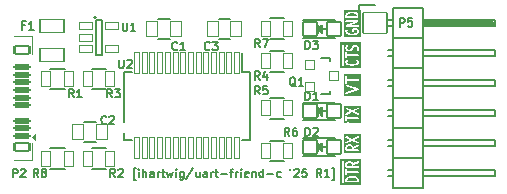
<source format=gto>
%TF.GenerationSoftware,KiCad,Pcbnew,7.0.11*%
%TF.CreationDate,2025-12-26T11:46:50-08:00*%
%TF.ProjectId,uart-friend-c,75617274-2d66-4726-9965-6e642d632e6b,rev?*%
%TF.SameCoordinates,PX9765530PY6521e48*%
%TF.FileFunction,Legend,Top*%
%TF.FilePolarity,Positive*%
%FSLAX46Y46*%
G04 Gerber Fmt 4.6, Leading zero omitted, Abs format (unit mm)*
G04 Created by KiCad (PCBNEW 7.0.11) date 2025-12-26 11:46:50*
%MOMM*%
%LPD*%
G01*
G04 APERTURE LIST*
G04 Aperture macros list*
%AMRoundRect*
0 Rectangle with rounded corners*
0 $1 Rounding radius*
0 $2 $3 $4 $5 $6 $7 $8 $9 X,Y pos of 4 corners*
0 Add a 4 corners polygon primitive as box body*
4,1,4,$2,$3,$4,$5,$6,$7,$8,$9,$2,$3,0*
0 Add four circle primitives for the rounded corners*
1,1,$1+$1,$2,$3*
1,1,$1+$1,$4,$5*
1,1,$1+$1,$6,$7*
1,1,$1+$1,$8,$9*
0 Add four rect primitives between the rounded corners*
20,1,$1+$1,$2,$3,$4,$5,0*
20,1,$1+$1,$4,$5,$6,$7,0*
20,1,$1+$1,$6,$7,$8,$9,0*
20,1,$1+$1,$8,$9,$2,$3,0*%
G04 Aperture macros list end*
%ADD10C,0.150000*%
%ADD11C,0.120000*%
%ADD12R,2.032000X1.727200*%
%ADD13O,2.032000X1.727200*%
%ADD14RoundRect,0.050000X0.500000X0.625000X-0.500000X0.625000X-0.500000X-0.625000X0.500000X-0.625000X0*%
%ADD15RoundRect,0.050000X0.599440X0.599440X-0.599440X0.599440X-0.599440X-0.599440X0.599440X-0.599440X0*%
%ADD16RoundRect,0.050000X1.014730X0.570230X-1.014730X0.570230X-1.014730X-0.570230X1.014730X-0.570230X0*%
%ADD17RoundRect,0.050000X-1.016000X-0.863600X1.016000X-0.863600X1.016000X0.863600X-1.016000X0.863600X0*%
%ADD18O,2.132000X1.827200*%
%ADD19RoundRect,0.050000X-0.400050X0.400050X-0.400050X-0.400050X0.400050X-0.400050X0.400050X0.400050X0*%
%ADD20RoundRect,0.050000X0.350000X0.650000X-0.350000X0.650000X-0.350000X-0.650000X0.350000X-0.650000X0*%
%ADD21RoundRect,0.050000X-0.350000X-0.650000X0.350000X-0.650000X0.350000X0.650000X-0.350000X0.650000X0*%
%ADD22RoundRect,0.050000X-0.530000X-0.325000X0.530000X-0.325000X0.530000X0.325000X-0.530000X0.325000X0*%
%ADD23RoundRect,0.050000X-0.225000X0.875000X-0.225000X-0.875000X0.225000X-0.875000X0.225000X0.875000X0*%
%ADD24RoundRect,0.050000X-0.500000X-0.625000X0.500000X-0.625000X0.500000X0.625000X-0.500000X0.625000X0*%
%ADD25RoundRect,0.120000X-0.600000X0.120000X-0.600000X-0.120000X0.600000X-0.120000X0.600000X0.120000X0*%
%ADD26O,2.130000X1.100000*%
%ADD27RoundRect,0.106875X-0.613125X0.343125X-0.613125X-0.343125X0.613125X-0.343125X0.613125X0.343125X0*%
%ADD28C,1.000000*%
G04 APERTURE END LIST*
D10*
X9615350Y2005134D02*
X9448684Y2005134D01*
X9448684Y2005134D02*
X9448684Y3005134D01*
X9448684Y3005134D02*
X9615350Y3005134D01*
X9882017Y2238467D02*
X9882017Y2705134D01*
X9882017Y2938467D02*
X9848684Y2905134D01*
X9848684Y2905134D02*
X9882017Y2871800D01*
X9882017Y2871800D02*
X9915351Y2905134D01*
X9915351Y2905134D02*
X9882017Y2938467D01*
X9882017Y2938467D02*
X9882017Y2871800D01*
X10215350Y2238467D02*
X10215350Y2938467D01*
X10515350Y2238467D02*
X10515350Y2605134D01*
X10515350Y2605134D02*
X10482017Y2671800D01*
X10482017Y2671800D02*
X10415350Y2705134D01*
X10415350Y2705134D02*
X10315350Y2705134D01*
X10315350Y2705134D02*
X10248684Y2671800D01*
X10248684Y2671800D02*
X10215350Y2638467D01*
X11148683Y2238467D02*
X11148683Y2605134D01*
X11148683Y2605134D02*
X11115350Y2671800D01*
X11115350Y2671800D02*
X11048683Y2705134D01*
X11048683Y2705134D02*
X10915350Y2705134D01*
X10915350Y2705134D02*
X10848683Y2671800D01*
X11148683Y2271800D02*
X11082017Y2238467D01*
X11082017Y2238467D02*
X10915350Y2238467D01*
X10915350Y2238467D02*
X10848683Y2271800D01*
X10848683Y2271800D02*
X10815350Y2338467D01*
X10815350Y2338467D02*
X10815350Y2405134D01*
X10815350Y2405134D02*
X10848683Y2471800D01*
X10848683Y2471800D02*
X10915350Y2505134D01*
X10915350Y2505134D02*
X11082017Y2505134D01*
X11082017Y2505134D02*
X11148683Y2538467D01*
X11482016Y2238467D02*
X11482016Y2705134D01*
X11482016Y2571800D02*
X11515350Y2638467D01*
X11515350Y2638467D02*
X11548683Y2671800D01*
X11548683Y2671800D02*
X11615350Y2705134D01*
X11615350Y2705134D02*
X11682016Y2705134D01*
X11815349Y2705134D02*
X12082016Y2705134D01*
X11915349Y2938467D02*
X11915349Y2338467D01*
X11915349Y2338467D02*
X11948683Y2271800D01*
X11948683Y2271800D02*
X12015349Y2238467D01*
X12015349Y2238467D02*
X12082016Y2238467D01*
X12248683Y2705134D02*
X12382016Y2238467D01*
X12382016Y2238467D02*
X12515349Y2571800D01*
X12515349Y2571800D02*
X12648683Y2238467D01*
X12648683Y2238467D02*
X12782016Y2705134D01*
X13048682Y2238467D02*
X13048682Y2705134D01*
X13048682Y2938467D02*
X13015349Y2905134D01*
X13015349Y2905134D02*
X13048682Y2871800D01*
X13048682Y2871800D02*
X13082016Y2905134D01*
X13082016Y2905134D02*
X13048682Y2938467D01*
X13048682Y2938467D02*
X13048682Y2871800D01*
X13682015Y2705134D02*
X13682015Y2138467D01*
X13682015Y2138467D02*
X13648682Y2071800D01*
X13648682Y2071800D02*
X13615349Y2038467D01*
X13615349Y2038467D02*
X13548682Y2005134D01*
X13548682Y2005134D02*
X13448682Y2005134D01*
X13448682Y2005134D02*
X13382015Y2038467D01*
X13682015Y2271800D02*
X13615349Y2238467D01*
X13615349Y2238467D02*
X13482015Y2238467D01*
X13482015Y2238467D02*
X13415349Y2271800D01*
X13415349Y2271800D02*
X13382015Y2305134D01*
X13382015Y2305134D02*
X13348682Y2371800D01*
X13348682Y2371800D02*
X13348682Y2571800D01*
X13348682Y2571800D02*
X13382015Y2638467D01*
X13382015Y2638467D02*
X13415349Y2671800D01*
X13415349Y2671800D02*
X13482015Y2705134D01*
X13482015Y2705134D02*
X13615349Y2705134D01*
X13615349Y2705134D02*
X13682015Y2671800D01*
X14515348Y2971800D02*
X13915348Y2071800D01*
X15048681Y2705134D02*
X15048681Y2238467D01*
X14748681Y2705134D02*
X14748681Y2338467D01*
X14748681Y2338467D02*
X14782015Y2271800D01*
X14782015Y2271800D02*
X14848681Y2238467D01*
X14848681Y2238467D02*
X14948681Y2238467D01*
X14948681Y2238467D02*
X15015348Y2271800D01*
X15015348Y2271800D02*
X15048681Y2305134D01*
X15682014Y2238467D02*
X15682014Y2605134D01*
X15682014Y2605134D02*
X15648681Y2671800D01*
X15648681Y2671800D02*
X15582014Y2705134D01*
X15582014Y2705134D02*
X15448681Y2705134D01*
X15448681Y2705134D02*
X15382014Y2671800D01*
X15682014Y2271800D02*
X15615348Y2238467D01*
X15615348Y2238467D02*
X15448681Y2238467D01*
X15448681Y2238467D02*
X15382014Y2271800D01*
X15382014Y2271800D02*
X15348681Y2338467D01*
X15348681Y2338467D02*
X15348681Y2405134D01*
X15348681Y2405134D02*
X15382014Y2471800D01*
X15382014Y2471800D02*
X15448681Y2505134D01*
X15448681Y2505134D02*
X15615348Y2505134D01*
X15615348Y2505134D02*
X15682014Y2538467D01*
X16015347Y2238467D02*
X16015347Y2705134D01*
X16015347Y2571800D02*
X16048681Y2638467D01*
X16048681Y2638467D02*
X16082014Y2671800D01*
X16082014Y2671800D02*
X16148681Y2705134D01*
X16148681Y2705134D02*
X16215347Y2705134D01*
X16348680Y2705134D02*
X16615347Y2705134D01*
X16448680Y2938467D02*
X16448680Y2338467D01*
X16448680Y2338467D02*
X16482014Y2271800D01*
X16482014Y2271800D02*
X16548680Y2238467D01*
X16548680Y2238467D02*
X16615347Y2238467D01*
X16848680Y2505134D02*
X17382014Y2505134D01*
X17615347Y2705134D02*
X17882014Y2705134D01*
X17715347Y2238467D02*
X17715347Y2838467D01*
X17715347Y2838467D02*
X17748681Y2905134D01*
X17748681Y2905134D02*
X17815347Y2938467D01*
X17815347Y2938467D02*
X17882014Y2938467D01*
X18115347Y2238467D02*
X18115347Y2705134D01*
X18115347Y2571800D02*
X18148681Y2638467D01*
X18148681Y2638467D02*
X18182014Y2671800D01*
X18182014Y2671800D02*
X18248681Y2705134D01*
X18248681Y2705134D02*
X18315347Y2705134D01*
X18548680Y2238467D02*
X18548680Y2705134D01*
X18548680Y2938467D02*
X18515347Y2905134D01*
X18515347Y2905134D02*
X18548680Y2871800D01*
X18548680Y2871800D02*
X18582014Y2905134D01*
X18582014Y2905134D02*
X18548680Y2938467D01*
X18548680Y2938467D02*
X18548680Y2871800D01*
X19148680Y2271800D02*
X19082013Y2238467D01*
X19082013Y2238467D02*
X18948680Y2238467D01*
X18948680Y2238467D02*
X18882013Y2271800D01*
X18882013Y2271800D02*
X18848680Y2338467D01*
X18848680Y2338467D02*
X18848680Y2605134D01*
X18848680Y2605134D02*
X18882013Y2671800D01*
X18882013Y2671800D02*
X18948680Y2705134D01*
X18948680Y2705134D02*
X19082013Y2705134D01*
X19082013Y2705134D02*
X19148680Y2671800D01*
X19148680Y2671800D02*
X19182013Y2605134D01*
X19182013Y2605134D02*
X19182013Y2538467D01*
X19182013Y2538467D02*
X18848680Y2471800D01*
X19482013Y2705134D02*
X19482013Y2238467D01*
X19482013Y2638467D02*
X19515347Y2671800D01*
X19515347Y2671800D02*
X19582013Y2705134D01*
X19582013Y2705134D02*
X19682013Y2705134D01*
X19682013Y2705134D02*
X19748680Y2671800D01*
X19748680Y2671800D02*
X19782013Y2605134D01*
X19782013Y2605134D02*
X19782013Y2238467D01*
X20415346Y2238467D02*
X20415346Y2938467D01*
X20415346Y2271800D02*
X20348680Y2238467D01*
X20348680Y2238467D02*
X20215346Y2238467D01*
X20215346Y2238467D02*
X20148680Y2271800D01*
X20148680Y2271800D02*
X20115346Y2305134D01*
X20115346Y2305134D02*
X20082013Y2371800D01*
X20082013Y2371800D02*
X20082013Y2571800D01*
X20082013Y2571800D02*
X20115346Y2638467D01*
X20115346Y2638467D02*
X20148680Y2671800D01*
X20148680Y2671800D02*
X20215346Y2705134D01*
X20215346Y2705134D02*
X20348680Y2705134D01*
X20348680Y2705134D02*
X20415346Y2671800D01*
X20748679Y2505134D02*
X21282013Y2505134D01*
X21915346Y2271800D02*
X21848680Y2238467D01*
X21848680Y2238467D02*
X21715346Y2238467D01*
X21715346Y2238467D02*
X21648680Y2271800D01*
X21648680Y2271800D02*
X21615346Y2305134D01*
X21615346Y2305134D02*
X21582013Y2371800D01*
X21582013Y2371800D02*
X21582013Y2571800D01*
X21582013Y2571800D02*
X21615346Y2638467D01*
X21615346Y2638467D02*
X21648680Y2671800D01*
X21648680Y2671800D02*
X21715346Y2705134D01*
X21715346Y2705134D02*
X21848680Y2705134D01*
X21848680Y2705134D02*
X21915346Y2671800D01*
X22782013Y2938467D02*
X22715346Y2805134D01*
X23048679Y2871800D02*
X23082012Y2905134D01*
X23082012Y2905134D02*
X23148679Y2938467D01*
X23148679Y2938467D02*
X23315346Y2938467D01*
X23315346Y2938467D02*
X23382012Y2905134D01*
X23382012Y2905134D02*
X23415346Y2871800D01*
X23415346Y2871800D02*
X23448679Y2805134D01*
X23448679Y2805134D02*
X23448679Y2738467D01*
X23448679Y2738467D02*
X23415346Y2638467D01*
X23415346Y2638467D02*
X23015346Y2238467D01*
X23015346Y2238467D02*
X23448679Y2238467D01*
X24082013Y2938467D02*
X23748679Y2938467D01*
X23748679Y2938467D02*
X23715346Y2605134D01*
X23715346Y2605134D02*
X23748679Y2638467D01*
X23748679Y2638467D02*
X23815346Y2671800D01*
X23815346Y2671800D02*
X23982013Y2671800D01*
X23982013Y2671800D02*
X24048679Y2638467D01*
X24048679Y2638467D02*
X24082013Y2605134D01*
X24082013Y2605134D02*
X24115346Y2538467D01*
X24115346Y2538467D02*
X24115346Y2371800D01*
X24115346Y2371800D02*
X24082013Y2305134D01*
X24082013Y2305134D02*
X24048679Y2271800D01*
X24048679Y2271800D02*
X23982013Y2238467D01*
X23982013Y2238467D02*
X23815346Y2238467D01*
X23815346Y2238467D02*
X23748679Y2271800D01*
X23748679Y2271800D02*
X23715346Y2305134D01*
X25348679Y2238467D02*
X25115346Y2571800D01*
X24948679Y2238467D02*
X24948679Y2938467D01*
X24948679Y2938467D02*
X25215346Y2938467D01*
X25215346Y2938467D02*
X25282013Y2905134D01*
X25282013Y2905134D02*
X25315346Y2871800D01*
X25315346Y2871800D02*
X25348679Y2805134D01*
X25348679Y2805134D02*
X25348679Y2705134D01*
X25348679Y2705134D02*
X25315346Y2638467D01*
X25315346Y2638467D02*
X25282013Y2605134D01*
X25282013Y2605134D02*
X25215346Y2571800D01*
X25215346Y2571800D02*
X24948679Y2571800D01*
X26015346Y2238467D02*
X25615346Y2238467D01*
X25815346Y2238467D02*
X25815346Y2938467D01*
X25815346Y2938467D02*
X25748679Y2838467D01*
X25748679Y2838467D02*
X25682013Y2771800D01*
X25682013Y2771800D02*
X25615346Y2738467D01*
X26248680Y2005134D02*
X26415346Y2005134D01*
X26415346Y2005134D02*
X26415346Y3005134D01*
X26415346Y3005134D02*
X26248680Y3005134D01*
G36*
X28672676Y11448282D02*
G01*
X26959343Y11448282D01*
X26959343Y11665000D01*
X27102200Y11665000D01*
X27119747Y11616791D01*
X27164176Y11591139D01*
X27214700Y11600048D01*
X27247677Y11639348D01*
X27252200Y11665000D01*
X27252200Y11961667D01*
X27379819Y11961667D01*
X27381098Y11958151D01*
X27380159Y11954527D01*
X27387104Y11929422D01*
X27434723Y11829422D01*
X27439332Y11824887D01*
X27441007Y11818641D01*
X27459428Y11800225D01*
X27554666Y11733558D01*
X27557670Y11732754D01*
X27572900Y11724211D01*
X27668138Y11690877D01*
X27671359Y11690918D01*
X27679986Y11687790D01*
X27870462Y11654457D01*
X27873729Y11655038D01*
X27883390Y11653334D01*
X28026247Y11653334D01*
X28029366Y11654470D01*
X28039175Y11654457D01*
X28229652Y11687790D01*
X28232443Y11689397D01*
X28241499Y11690878D01*
X28336737Y11724211D01*
X28339142Y11726180D01*
X28354971Y11733558D01*
X28450210Y11800225D01*
X28453919Y11805521D01*
X28459802Y11808206D01*
X28474915Y11829422D01*
X28522534Y11929422D01*
X28522890Y11933149D01*
X28525296Y11936015D01*
X28529819Y11961667D01*
X28529819Y12028334D01*
X28528539Y12031851D01*
X28529479Y12035474D01*
X28522534Y12060579D01*
X28474915Y12160579D01*
X28470304Y12165116D01*
X28468630Y12171361D01*
X28450209Y12189777D01*
X28402589Y12223110D01*
X28353032Y12236380D01*
X28306539Y12214692D01*
X28284864Y12168192D01*
X28298150Y12118640D01*
X28316571Y12100224D01*
X28347987Y12078233D01*
X28379819Y12011388D01*
X28379819Y11978614D01*
X28347987Y11911768D01*
X28277425Y11862375D01*
X28197744Y11834486D01*
X28019736Y11803334D01*
X27889902Y11803334D01*
X27711892Y11834486D01*
X27632214Y11862373D01*
X27561650Y11911768D01*
X27529819Y11978614D01*
X27529819Y12011388D01*
X27561650Y12078234D01*
X27593066Y12100224D01*
X27622498Y12142245D01*
X27618035Y12193353D01*
X27581763Y12229635D01*
X27530656Y12234114D01*
X27507047Y12223109D01*
X27459429Y12189777D01*
X27455719Y12184481D01*
X27449836Y12181795D01*
X27434723Y12160579D01*
X27387104Y12060579D01*
X27386747Y12056853D01*
X27384342Y12053986D01*
X27379819Y12028334D01*
X27379819Y11961667D01*
X27252200Y11961667D01*
X27252200Y12361667D01*
X27379819Y12361667D01*
X27397366Y12313458D01*
X27441795Y12287806D01*
X27492319Y12296715D01*
X27525296Y12336015D01*
X27529819Y12361667D01*
X27529819Y12486667D01*
X28454819Y12486667D01*
X28503028Y12504214D01*
X28528680Y12548643D01*
X28519771Y12599167D01*
X28480471Y12632144D01*
X28454819Y12636667D01*
X27529819Y12636667D01*
X27529819Y12761667D01*
X27512272Y12809876D01*
X27467843Y12835528D01*
X27417319Y12826619D01*
X27384342Y12787319D01*
X27379819Y12761667D01*
X27379819Y12361667D01*
X27252200Y12361667D01*
X27252200Y13095000D01*
X27379819Y13095000D01*
X27383366Y13085253D01*
X27382560Y13074910D01*
X27393789Y13051407D01*
X27441408Y12984740D01*
X27441934Y12984379D01*
X27459429Y12966890D01*
X27507047Y12933558D01*
X27510051Y12932754D01*
X27525281Y12924211D01*
X27620519Y12890877D01*
X27621359Y12890888D01*
X27645295Y12886667D01*
X27740533Y12886667D01*
X27741322Y12886955D01*
X27765309Y12890878D01*
X27860547Y12924211D01*
X27862951Y12926179D01*
X27878780Y12933557D01*
X27926399Y12966890D01*
X27926765Y12967413D01*
X27944420Y12984740D01*
X27992039Y13051407D01*
X27992856Y13054348D01*
X28001640Y13069775D01*
X28045740Y13193256D01*
X28079797Y13240937D01*
X28108404Y13260961D01*
X28181850Y13286667D01*
X28251596Y13286667D01*
X28325042Y13260961D01*
X28353649Y13240937D01*
X28379819Y13204299D01*
X28379819Y13078614D01*
X28339485Y12993912D01*
X28334601Y12942842D01*
X28363686Y12900580D01*
X28413132Y12886902D01*
X28459802Y12908206D01*
X28474915Y12929422D01*
X28522534Y13029422D01*
X28522890Y13033149D01*
X28525296Y13036015D01*
X28529819Y13061667D01*
X28529819Y13228333D01*
X28526270Y13238082D01*
X28527078Y13248423D01*
X28515849Y13271926D01*
X28468230Y13338593D01*
X28467700Y13338957D01*
X28450209Y13356443D01*
X28402589Y13389776D01*
X28399583Y13390581D01*
X28384357Y13399122D01*
X28289119Y13432456D01*
X28288283Y13432446D01*
X28264342Y13436667D01*
X28169104Y13436667D01*
X28168315Y13436381D01*
X28144327Y13432456D01*
X28049089Y13399122D01*
X28046680Y13397152D01*
X28030856Y13389775D01*
X27983238Y13356443D01*
X27982871Y13355921D01*
X27965217Y13338593D01*
X27917598Y13271926D01*
X27916780Y13268987D01*
X27907997Y13253558D01*
X27863896Y13130079D01*
X27829838Y13082397D01*
X27801234Y13062374D01*
X27727788Y13036667D01*
X27658039Y13036667D01*
X27584595Y13062373D01*
X27555988Y13082397D01*
X27529819Y13119035D01*
X27529819Y13244721D01*
X27570153Y13329422D01*
X27575037Y13380492D01*
X27545952Y13422754D01*
X27496506Y13436432D01*
X27449836Y13415128D01*
X27434723Y13393912D01*
X27387104Y13293912D01*
X27386747Y13290186D01*
X27384342Y13287319D01*
X27379819Y13261667D01*
X27379819Y13095000D01*
X27252200Y13095000D01*
X27252200Y13425000D01*
X27234653Y13473209D01*
X27190224Y13498861D01*
X27139700Y13489952D01*
X27106723Y13450652D01*
X27102200Y13425000D01*
X27102200Y11665000D01*
X26959343Y11665000D01*
X26959343Y13641718D01*
X28672676Y13641718D01*
X28672676Y11448282D01*
G37*
G36*
X28197742Y16067184D02*
G01*
X28277422Y16039295D01*
X28347987Y15989900D01*
X28379819Y15923055D01*
X28379819Y15848334D01*
X27529819Y15848334D01*
X27529819Y15923055D01*
X27561650Y15989901D01*
X27632214Y16039295D01*
X27711894Y16067184D01*
X27889902Y16098334D01*
X28019736Y16098334D01*
X28197742Y16067184D01*
G37*
G36*
X28672676Y14088811D02*
G01*
X27236962Y14088811D01*
X27236962Y14540001D01*
X27379819Y14540001D01*
X27381098Y14536485D01*
X27380159Y14532861D01*
X27387104Y14507756D01*
X27434723Y14407756D01*
X27439332Y14403221D01*
X27441007Y14396975D01*
X27459428Y14378559D01*
X27554666Y14311892D01*
X27557670Y14311088D01*
X27572900Y14302545D01*
X27668138Y14269211D01*
X27671359Y14269252D01*
X27679986Y14266124D01*
X27870462Y14232791D01*
X27873729Y14233372D01*
X27883390Y14231668D01*
X28026247Y14231668D01*
X28029366Y14232804D01*
X28039175Y14232791D01*
X28229652Y14266124D01*
X28232443Y14267731D01*
X28241499Y14269212D01*
X28336737Y14302545D01*
X28339142Y14304514D01*
X28354971Y14311892D01*
X28450210Y14378559D01*
X28453919Y14383855D01*
X28459802Y14386540D01*
X28474915Y14407756D01*
X28522534Y14507756D01*
X28522890Y14511483D01*
X28525296Y14514349D01*
X28529819Y14540001D01*
X28529819Y14606668D01*
X28528539Y14610185D01*
X28529479Y14613808D01*
X28522534Y14638913D01*
X28474915Y14738913D01*
X28470304Y14743450D01*
X28468630Y14749695D01*
X28450209Y14768111D01*
X28402589Y14801444D01*
X28392909Y14804036D01*
X28385232Y14810478D01*
X28359580Y14815001D01*
X28026247Y14815001D01*
X28007938Y14808338D01*
X27988747Y14804953D01*
X27984396Y14799769D01*
X27978038Y14797454D01*
X27968295Y14780581D01*
X27955770Y14765653D01*
X27954052Y14755911D01*
X27952386Y14753025D01*
X27952964Y14749743D01*
X27951247Y14740001D01*
X27951247Y14606668D01*
X27968794Y14558459D01*
X28013223Y14532807D01*
X28063747Y14541716D01*
X28096724Y14581016D01*
X28101247Y14606668D01*
X28101247Y14665001D01*
X28335939Y14665001D01*
X28347987Y14656567D01*
X28379819Y14589722D01*
X28379819Y14556948D01*
X28347987Y14490102D01*
X28277425Y14440709D01*
X28197744Y14412820D01*
X28019736Y14381668D01*
X27889902Y14381668D01*
X27711892Y14412820D01*
X27632214Y14440707D01*
X27561650Y14490102D01*
X27529819Y14556948D01*
X27529819Y14615967D01*
X27563468Y14663075D01*
X27577210Y14712503D01*
X27555967Y14759201D01*
X27509675Y14781318D01*
X27459998Y14768506D01*
X27441408Y14750261D01*
X27393789Y14683594D01*
X27391010Y14673601D01*
X27384342Y14665653D01*
X27379819Y14640001D01*
X27379819Y14540001D01*
X27236962Y14540001D01*
X27236962Y15053025D01*
X27380958Y15053025D01*
X27383452Y15038879D01*
X27381404Y15024662D01*
X27387769Y15014397D01*
X27389867Y15002501D01*
X27400871Y14993268D01*
X27408440Y14981061D01*
X27419913Y14977289D01*
X27429167Y14969524D01*
X27454819Y14965001D01*
X28454819Y14965001D01*
X28503028Y14982548D01*
X28528680Y15026977D01*
X28519771Y15077501D01*
X28480471Y15110478D01*
X28454819Y15115001D01*
X27844263Y15115001D01*
X28482673Y15370365D01*
X28491677Y15378417D01*
X28503028Y15382548D01*
X28510211Y15394989D01*
X28520917Y15404562D01*
X28522639Y15416515D01*
X28528680Y15426977D01*
X28526185Y15441124D01*
X28528234Y15455340D01*
X28521868Y15465606D01*
X28519771Y15477501D01*
X28508766Y15486735D01*
X28501198Y15498941D01*
X28489724Y15502714D01*
X28480471Y15510478D01*
X28454819Y15515001D01*
X27454819Y15515001D01*
X27406610Y15497454D01*
X27380958Y15453025D01*
X27389867Y15402501D01*
X27429167Y15369524D01*
X27454819Y15365001D01*
X28065375Y15365001D01*
X27426965Y15109637D01*
X27417960Y15101586D01*
X27406610Y15097454D01*
X27399426Y15085014D01*
X27388721Y15075440D01*
X27386998Y15063488D01*
X27380958Y15053025D01*
X27236962Y15053025D01*
X27236962Y15773334D01*
X27379819Y15773334D01*
X27386482Y15755026D01*
X27389867Y15735834D01*
X27395051Y15731484D01*
X27397366Y15725125D01*
X27414239Y15715383D01*
X27429167Y15702857D01*
X27438909Y15701140D01*
X27441795Y15699473D01*
X27445077Y15700052D01*
X27454819Y15698334D01*
X28454819Y15698334D01*
X28473127Y15704998D01*
X28492319Y15708382D01*
X28496669Y15713567D01*
X28503028Y15715881D01*
X28512770Y15732755D01*
X28525296Y15747682D01*
X28527013Y15757425D01*
X28528680Y15760310D01*
X28528101Y15763593D01*
X28529819Y15773334D01*
X28529819Y15940001D01*
X28528539Y15943518D01*
X28529479Y15947141D01*
X28522534Y15972246D01*
X28474915Y16072246D01*
X28470304Y16076783D01*
X28468630Y16083028D01*
X28450209Y16101444D01*
X28354970Y16168110D01*
X28351964Y16168915D01*
X28336738Y16177456D01*
X28241500Y16210790D01*
X28238280Y16210751D01*
X28229652Y16213878D01*
X28039175Y16247211D01*
X28035907Y16246631D01*
X28026247Y16248334D01*
X27883390Y16248334D01*
X27880270Y16247199D01*
X27870462Y16247211D01*
X27679986Y16213878D01*
X27677195Y16212272D01*
X27668137Y16210790D01*
X27572899Y16177456D01*
X27570490Y16175486D01*
X27554666Y16168109D01*
X27459429Y16101444D01*
X27455719Y16096148D01*
X27449836Y16093462D01*
X27434723Y16072246D01*
X27387104Y15972246D01*
X27386747Y15968520D01*
X27384342Y15965653D01*
X27379819Y15940001D01*
X27379819Y15773334D01*
X27236962Y15773334D01*
X27236962Y16391191D01*
X28672676Y16391191D01*
X28672676Y14088811D01*
G37*
G36*
X28672393Y6794949D02*
G01*
X27236962Y6794949D01*
X27236962Y7011667D01*
X27379819Y7011667D01*
X27397366Y6963458D01*
X27441795Y6937806D01*
X27492319Y6946715D01*
X27525296Y6986015D01*
X27529819Y7011667D01*
X27529819Y7136667D01*
X28454819Y7136667D01*
X28503028Y7154214D01*
X28528680Y7198643D01*
X28519771Y7249167D01*
X28480471Y7282144D01*
X28454819Y7286667D01*
X27529819Y7286667D01*
X27529819Y7411667D01*
X27512272Y7459876D01*
X27467843Y7485528D01*
X27417319Y7476619D01*
X27384342Y7437319D01*
X27379819Y7411667D01*
X27379819Y7011667D01*
X27236962Y7011667D01*
X27236962Y8038485D01*
X27380102Y8038485D01*
X27401770Y7991983D01*
X27423103Y7977036D01*
X27777465Y7811667D01*
X27423103Y7646297D01*
X27386837Y7610009D01*
X27382380Y7558900D01*
X27411819Y7516884D01*
X27461377Y7503620D01*
X27486535Y7510369D01*
X27954819Y7728902D01*
X28423103Y7510369D01*
X28474209Y7505883D01*
X28516243Y7535296D01*
X28529536Y7584848D01*
X28507868Y7631350D01*
X28486536Y7646297D01*
X28132172Y7811667D01*
X28486536Y7977036D01*
X28522801Y8013324D01*
X28527258Y8064433D01*
X28497819Y8106449D01*
X28448261Y8119713D01*
X28423103Y8112964D01*
X27954819Y7894432D01*
X27486535Y8112964D01*
X27435429Y8117450D01*
X27393395Y8088037D01*
X27380102Y8038485D01*
X27236962Y8038485D01*
X27236962Y8262570D01*
X28672393Y8262570D01*
X28672393Y6794949D01*
G37*
G36*
X27848854Y4827628D02*
G01*
X27877457Y4807605D01*
X27903628Y4770966D01*
X27903628Y4603334D01*
X27529819Y4603334D01*
X27529819Y4770966D01*
X27555989Y4807605D01*
X27584595Y4827629D01*
X27658039Y4853334D01*
X27775407Y4853334D01*
X27848854Y4827628D01*
G37*
G36*
X28672393Y4310477D02*
G01*
X27236962Y4310477D01*
X27236962Y4528334D01*
X27379819Y4528334D01*
X27386482Y4510026D01*
X27389867Y4490834D01*
X27395051Y4486484D01*
X27397366Y4480125D01*
X27414239Y4470383D01*
X27429167Y4457857D01*
X27438909Y4456140D01*
X27441795Y4454473D01*
X27445077Y4455052D01*
X27454819Y4453334D01*
X28454819Y4453334D01*
X28503028Y4470881D01*
X28528680Y4515310D01*
X28519771Y4565834D01*
X28480471Y4598811D01*
X28454819Y4603334D01*
X28053628Y4603334D01*
X28053628Y4648232D01*
X28487820Y4860985D01*
X28523390Y4897954D01*
X28526876Y4949138D01*
X28496645Y4990588D01*
X28446843Y5002909D01*
X28421818Y4995683D01*
X28050792Y4813881D01*
X28050887Y4815092D01*
X28039658Y4838594D01*
X27992039Y4905260D01*
X27991509Y4905624D01*
X27974019Y4923109D01*
X27926400Y4956443D01*
X27923395Y4957248D01*
X27908166Y4965790D01*
X27812928Y4999123D01*
X27812093Y4999113D01*
X27788152Y5003334D01*
X27645295Y5003334D01*
X27644510Y5003049D01*
X27620519Y4999124D01*
X27525281Y4965790D01*
X27522874Y4963822D01*
X27507047Y4956443D01*
X27459428Y4923109D01*
X27459061Y4922587D01*
X27441408Y4905260D01*
X27393789Y4838594D01*
X27391010Y4828601D01*
X27384342Y4820653D01*
X27379819Y4795001D01*
X27379819Y4528334D01*
X27236962Y4528334D01*
X27236962Y5621819D01*
X27380102Y5621819D01*
X27401770Y5575317D01*
X27423103Y5560370D01*
X27777465Y5395001D01*
X27423103Y5229631D01*
X27386837Y5193343D01*
X27382380Y5142234D01*
X27411819Y5100218D01*
X27461377Y5086954D01*
X27486535Y5093703D01*
X27954819Y5312236D01*
X28423103Y5093703D01*
X28474209Y5089217D01*
X28516243Y5118630D01*
X28529536Y5168182D01*
X28507868Y5214684D01*
X28486536Y5229631D01*
X28132172Y5395001D01*
X28486536Y5560370D01*
X28522801Y5596658D01*
X28527258Y5647767D01*
X28497819Y5689783D01*
X28448261Y5703047D01*
X28423103Y5696298D01*
X27954819Y5477766D01*
X27486535Y5696298D01*
X27435429Y5700784D01*
X27393395Y5671371D01*
X27380102Y5621819D01*
X27236962Y5621819D01*
X27236962Y5845904D01*
X28672393Y5845904D01*
X28672393Y4310477D01*
G37*
G36*
X28671865Y9112886D02*
G01*
X27236962Y9112886D01*
X27236962Y9319714D01*
X27380630Y9319714D01*
X27405059Y9274600D01*
X27452770Y9255743D01*
X27478536Y9259564D01*
X28478536Y9592897D01*
X28480227Y9594240D01*
X28482385Y9594298D01*
X28500137Y9610040D01*
X28518722Y9624788D01*
X28519154Y9626903D01*
X28520771Y9628336D01*
X28524250Y9651805D01*
X28529008Y9675049D01*
X28527979Y9676949D01*
X28528296Y9679084D01*
X28515875Y9699302D01*
X28504579Y9720163D01*
X28502571Y9720957D01*
X28501441Y9722797D01*
X28478536Y9735199D01*
X27478536Y10068532D01*
X27427252Y10067131D01*
X27388867Y10033094D01*
X27381342Y9982345D01*
X27408197Y9938633D01*
X27431102Y9926230D01*
X28217648Y9664048D01*
X27431102Y9401866D01*
X27390916Y9369975D01*
X27380630Y9319714D01*
X27236962Y9319714D01*
X27236962Y10187858D01*
X27379819Y10187858D01*
X27397366Y10139649D01*
X27441795Y10113997D01*
X27492319Y10122906D01*
X27525296Y10162206D01*
X27529819Y10187858D01*
X27529819Y10398572D01*
X28454819Y10398572D01*
X28503028Y10416119D01*
X28528680Y10460548D01*
X28519771Y10511072D01*
X28480471Y10544049D01*
X28454819Y10548572D01*
X27529819Y10548572D01*
X27529819Y10759286D01*
X27512272Y10807495D01*
X27467843Y10833147D01*
X27417319Y10824238D01*
X27384342Y10784938D01*
X27379819Y10759286D01*
X27379819Y10187858D01*
X27236962Y10187858D01*
X27236962Y10976004D01*
X28671865Y10976004D01*
X28671865Y9112886D01*
G37*
G36*
X28197742Y2160851D02*
G01*
X28277422Y2132962D01*
X28347987Y2083567D01*
X28379819Y2016722D01*
X28379819Y1942001D01*
X27529819Y1942001D01*
X27529819Y2016722D01*
X27561650Y2083568D01*
X27632214Y2132962D01*
X27711894Y2160851D01*
X27889902Y2192001D01*
X28019736Y2192001D01*
X28197742Y2160851D01*
G37*
G36*
X27848854Y3399628D02*
G01*
X27877457Y3379605D01*
X27903628Y3342966D01*
X27903628Y3175334D01*
X27529819Y3175334D01*
X27529819Y3342966D01*
X27555989Y3379605D01*
X27584595Y3399629D01*
X27658039Y3425334D01*
X27775407Y3425334D01*
X27848854Y3399628D01*
G37*
G36*
X28672676Y1553616D02*
G01*
X26959343Y1553616D01*
X26959343Y1770334D01*
X27102200Y1770334D01*
X27119747Y1722125D01*
X27164176Y1696473D01*
X27214700Y1705382D01*
X27247677Y1744682D01*
X27252200Y1770334D01*
X27252200Y1867001D01*
X27379819Y1867001D01*
X27386482Y1848693D01*
X27389867Y1829501D01*
X27395051Y1825151D01*
X27397366Y1818792D01*
X27414239Y1809050D01*
X27429167Y1796524D01*
X27438909Y1794807D01*
X27441795Y1793140D01*
X27445077Y1793719D01*
X27454819Y1792001D01*
X28454819Y1792001D01*
X28473127Y1798665D01*
X28492319Y1802049D01*
X28496669Y1807234D01*
X28503028Y1809548D01*
X28512770Y1826422D01*
X28525296Y1841349D01*
X28527013Y1851092D01*
X28528680Y1853977D01*
X28528101Y1857260D01*
X28529819Y1867001D01*
X28529819Y2033668D01*
X28528539Y2037185D01*
X28529479Y2040808D01*
X28522534Y2065913D01*
X28474915Y2165913D01*
X28470304Y2170450D01*
X28468630Y2176695D01*
X28450209Y2195111D01*
X28354970Y2261777D01*
X28351964Y2262582D01*
X28336738Y2271123D01*
X28241500Y2304457D01*
X28238280Y2304418D01*
X28229652Y2307545D01*
X28039175Y2340878D01*
X28035907Y2340298D01*
X28026247Y2342001D01*
X27883390Y2342001D01*
X27880270Y2340866D01*
X27870462Y2340878D01*
X27679986Y2307545D01*
X27677195Y2305939D01*
X27668137Y2304457D01*
X27572899Y2271123D01*
X27570490Y2269153D01*
X27554666Y2261776D01*
X27459429Y2195111D01*
X27455719Y2189815D01*
X27449836Y2187129D01*
X27434723Y2165913D01*
X27387104Y2065913D01*
X27386747Y2062187D01*
X27384342Y2059320D01*
X27379819Y2033668D01*
X27379819Y1867001D01*
X27252200Y1867001D01*
X27252200Y2467001D01*
X27379819Y2467001D01*
X27397366Y2418792D01*
X27441795Y2393140D01*
X27492319Y2402049D01*
X27525296Y2441349D01*
X27529819Y2467001D01*
X27529819Y2592001D01*
X28454819Y2592001D01*
X28503028Y2609548D01*
X28528680Y2653977D01*
X28519771Y2704501D01*
X28480471Y2737478D01*
X28454819Y2742001D01*
X27529819Y2742001D01*
X27529819Y2867001D01*
X27512272Y2915210D01*
X27467843Y2940862D01*
X27417319Y2931953D01*
X27384342Y2892653D01*
X27379819Y2867001D01*
X27379819Y2467001D01*
X27252200Y2467001D01*
X27252200Y3100334D01*
X27379819Y3100334D01*
X27386482Y3082026D01*
X27389867Y3062834D01*
X27395051Y3058484D01*
X27397366Y3052125D01*
X27414239Y3042383D01*
X27429167Y3029857D01*
X27438909Y3028140D01*
X27441795Y3026473D01*
X27445077Y3027052D01*
X27454819Y3025334D01*
X28454819Y3025334D01*
X28503028Y3042881D01*
X28528680Y3087310D01*
X28519771Y3137834D01*
X28480471Y3170811D01*
X28454819Y3175334D01*
X28053628Y3175334D01*
X28053628Y3220232D01*
X28487820Y3432985D01*
X28523390Y3469954D01*
X28526876Y3521138D01*
X28496645Y3562588D01*
X28446843Y3574909D01*
X28421818Y3567683D01*
X28050792Y3385881D01*
X28050887Y3387092D01*
X28039658Y3410594D01*
X27992039Y3477260D01*
X27991509Y3477624D01*
X27974019Y3495109D01*
X27926400Y3528443D01*
X27923395Y3529248D01*
X27908166Y3537790D01*
X27812928Y3571123D01*
X27812093Y3571113D01*
X27788152Y3575334D01*
X27645295Y3575334D01*
X27644510Y3575049D01*
X27620519Y3571124D01*
X27525281Y3537790D01*
X27522874Y3535822D01*
X27507047Y3528443D01*
X27459428Y3495109D01*
X27459061Y3494587D01*
X27441408Y3477260D01*
X27393789Y3410594D01*
X27391010Y3400601D01*
X27384342Y3392653D01*
X27379819Y3367001D01*
X27379819Y3100334D01*
X27252200Y3100334D01*
X27252200Y3563667D01*
X27234653Y3611876D01*
X27190224Y3637528D01*
X27139700Y3628619D01*
X27106723Y3589319D01*
X27102200Y3563667D01*
X27102200Y1770334D01*
X26959343Y1770334D01*
X26959343Y3780385D01*
X28672676Y3780385D01*
X28672676Y1553616D01*
G37*
X7133333Y6795634D02*
X7100000Y6762300D01*
X7100000Y6762300D02*
X7000000Y6728967D01*
X7000000Y6728967D02*
X6933333Y6728967D01*
X6933333Y6728967D02*
X6833333Y6762300D01*
X6833333Y6762300D02*
X6766667Y6828967D01*
X6766667Y6828967D02*
X6733333Y6895634D01*
X6733333Y6895634D02*
X6700000Y7028967D01*
X6700000Y7028967D02*
X6700000Y7128967D01*
X6700000Y7128967D02*
X6733333Y7262300D01*
X6733333Y7262300D02*
X6766667Y7328967D01*
X6766667Y7328967D02*
X6833333Y7395634D01*
X6833333Y7395634D02*
X6933333Y7428967D01*
X6933333Y7428967D02*
X7000000Y7428967D01*
X7000000Y7428967D02*
X7100000Y7395634D01*
X7100000Y7395634D02*
X7133333Y7362300D01*
X7400000Y7362300D02*
X7433333Y7395634D01*
X7433333Y7395634D02*
X7500000Y7428967D01*
X7500000Y7428967D02*
X7666667Y7428967D01*
X7666667Y7428967D02*
X7733333Y7395634D01*
X7733333Y7395634D02*
X7766667Y7362300D01*
X7766667Y7362300D02*
X7800000Y7295634D01*
X7800000Y7295634D02*
X7800000Y7228967D01*
X7800000Y7228967D02*
X7766667Y7128967D01*
X7766667Y7128967D02*
X7366667Y6728967D01*
X7366667Y6728967D02*
X7800000Y6728967D01*
X23983333Y8728967D02*
X23983333Y9428967D01*
X23983333Y9428967D02*
X24150000Y9428967D01*
X24150000Y9428967D02*
X24250000Y9395634D01*
X24250000Y9395634D02*
X24316667Y9328967D01*
X24316667Y9328967D02*
X24350000Y9262300D01*
X24350000Y9262300D02*
X24383333Y9128967D01*
X24383333Y9128967D02*
X24383333Y9028967D01*
X24383333Y9028967D02*
X24350000Y8895634D01*
X24350000Y8895634D02*
X24316667Y8828967D01*
X24316667Y8828967D02*
X24250000Y8762300D01*
X24250000Y8762300D02*
X24150000Y8728967D01*
X24150000Y8728967D02*
X23983333Y8728967D01*
X25050000Y8728967D02*
X24650000Y8728967D01*
X24850000Y8728967D02*
X24850000Y9428967D01*
X24850000Y9428967D02*
X24783333Y9328967D01*
X24783333Y9328967D02*
X24716667Y9262300D01*
X24716667Y9262300D02*
X24650000Y9228967D01*
X23983333Y5728967D02*
X23983333Y6428967D01*
X23983333Y6428967D02*
X24150000Y6428967D01*
X24150000Y6428967D02*
X24250000Y6395634D01*
X24250000Y6395634D02*
X24316667Y6328967D01*
X24316667Y6328967D02*
X24350000Y6262300D01*
X24350000Y6262300D02*
X24383333Y6128967D01*
X24383333Y6128967D02*
X24383333Y6028967D01*
X24383333Y6028967D02*
X24350000Y5895634D01*
X24350000Y5895634D02*
X24316667Y5828967D01*
X24316667Y5828967D02*
X24250000Y5762300D01*
X24250000Y5762300D02*
X24150000Y5728967D01*
X24150000Y5728967D02*
X23983333Y5728967D01*
X24650000Y6362300D02*
X24683333Y6395634D01*
X24683333Y6395634D02*
X24750000Y6428967D01*
X24750000Y6428967D02*
X24916667Y6428967D01*
X24916667Y6428967D02*
X24983333Y6395634D01*
X24983333Y6395634D02*
X25016667Y6362300D01*
X25016667Y6362300D02*
X25050000Y6295634D01*
X25050000Y6295634D02*
X25050000Y6228967D01*
X25050000Y6228967D02*
X25016667Y6128967D01*
X25016667Y6128967D02*
X24616667Y5728967D01*
X24616667Y5728967D02*
X25050000Y5728967D01*
X266667Y15095634D02*
X33333Y15095634D01*
X33333Y14728967D02*
X33333Y15428967D01*
X33333Y15428967D02*
X366667Y15428967D01*
X1000000Y14728967D02*
X600000Y14728967D01*
X800000Y14728967D02*
X800000Y15428967D01*
X800000Y15428967D02*
X733333Y15328967D01*
X733333Y15328967D02*
X666667Y15262300D01*
X666667Y15262300D02*
X600000Y15228967D01*
X31983333Y14978967D02*
X31983333Y15678967D01*
X31983333Y15678967D02*
X32250000Y15678967D01*
X32250000Y15678967D02*
X32316667Y15645634D01*
X32316667Y15645634D02*
X32350000Y15612300D01*
X32350000Y15612300D02*
X32383333Y15545634D01*
X32383333Y15545634D02*
X32383333Y15445634D01*
X32383333Y15445634D02*
X32350000Y15378967D01*
X32350000Y15378967D02*
X32316667Y15345634D01*
X32316667Y15345634D02*
X32250000Y15312300D01*
X32250000Y15312300D02*
X31983333Y15312300D01*
X33016667Y15678967D02*
X32683333Y15678967D01*
X32683333Y15678967D02*
X32650000Y15345634D01*
X32650000Y15345634D02*
X32683333Y15378967D01*
X32683333Y15378967D02*
X32750000Y15412300D01*
X32750000Y15412300D02*
X32916667Y15412300D01*
X32916667Y15412300D02*
X32983333Y15378967D01*
X32983333Y15378967D02*
X33016667Y15345634D01*
X33016667Y15345634D02*
X33050000Y15278967D01*
X33050000Y15278967D02*
X33050000Y15112300D01*
X33050000Y15112300D02*
X33016667Y15045634D01*
X33016667Y15045634D02*
X32983333Y15012300D01*
X32983333Y15012300D02*
X32916667Y14978967D01*
X32916667Y14978967D02*
X32750000Y14978967D01*
X32750000Y14978967D02*
X32683333Y15012300D01*
X32683333Y15012300D02*
X32650000Y15045634D01*
X23183333Y9912300D02*
X23116666Y9945634D01*
X23116666Y9945634D02*
X23050000Y10012300D01*
X23050000Y10012300D02*
X22950000Y10112300D01*
X22950000Y10112300D02*
X22883333Y10145634D01*
X22883333Y10145634D02*
X22816666Y10145634D01*
X22850000Y9978967D02*
X22783333Y10012300D01*
X22783333Y10012300D02*
X22716666Y10078967D01*
X22716666Y10078967D02*
X22683333Y10212300D01*
X22683333Y10212300D02*
X22683333Y10445634D01*
X22683333Y10445634D02*
X22716666Y10578967D01*
X22716666Y10578967D02*
X22783333Y10645634D01*
X22783333Y10645634D02*
X22850000Y10678967D01*
X22850000Y10678967D02*
X22983333Y10678967D01*
X22983333Y10678967D02*
X23050000Y10645634D01*
X23050000Y10645634D02*
X23116666Y10578967D01*
X23116666Y10578967D02*
X23150000Y10445634D01*
X23150000Y10445634D02*
X23150000Y10212300D01*
X23150000Y10212300D02*
X23116666Y10078967D01*
X23116666Y10078967D02*
X23050000Y10012300D01*
X23050000Y10012300D02*
X22983333Y9978967D01*
X22983333Y9978967D02*
X22850000Y9978967D01*
X23816666Y9978967D02*
X23416666Y9978967D01*
X23616666Y9978967D02*
X23616666Y10678967D01*
X23616666Y10678967D02*
X23549999Y10578967D01*
X23549999Y10578967D02*
X23483333Y10512300D01*
X23483333Y10512300D02*
X23416666Y10478967D01*
X4383333Y8978967D02*
X4150000Y9312300D01*
X3983333Y8978967D02*
X3983333Y9678967D01*
X3983333Y9678967D02*
X4250000Y9678967D01*
X4250000Y9678967D02*
X4316667Y9645634D01*
X4316667Y9645634D02*
X4350000Y9612300D01*
X4350000Y9612300D02*
X4383333Y9545634D01*
X4383333Y9545634D02*
X4383333Y9445634D01*
X4383333Y9445634D02*
X4350000Y9378967D01*
X4350000Y9378967D02*
X4316667Y9345634D01*
X4316667Y9345634D02*
X4250000Y9312300D01*
X4250000Y9312300D02*
X3983333Y9312300D01*
X5050000Y8978967D02*
X4650000Y8978967D01*
X4850000Y8978967D02*
X4850000Y9678967D01*
X4850000Y9678967D02*
X4783333Y9578967D01*
X4783333Y9578967D02*
X4716667Y9512300D01*
X4716667Y9512300D02*
X4650000Y9478967D01*
X7883333Y2228967D02*
X7650000Y2562300D01*
X7483333Y2228967D02*
X7483333Y2928967D01*
X7483333Y2928967D02*
X7750000Y2928967D01*
X7750000Y2928967D02*
X7816667Y2895634D01*
X7816667Y2895634D02*
X7850000Y2862300D01*
X7850000Y2862300D02*
X7883333Y2795634D01*
X7883333Y2795634D02*
X7883333Y2695634D01*
X7883333Y2695634D02*
X7850000Y2628967D01*
X7850000Y2628967D02*
X7816667Y2595634D01*
X7816667Y2595634D02*
X7750000Y2562300D01*
X7750000Y2562300D02*
X7483333Y2562300D01*
X8150000Y2862300D02*
X8183333Y2895634D01*
X8183333Y2895634D02*
X8250000Y2928967D01*
X8250000Y2928967D02*
X8416667Y2928967D01*
X8416667Y2928967D02*
X8483333Y2895634D01*
X8483333Y2895634D02*
X8516667Y2862300D01*
X8516667Y2862300D02*
X8550000Y2795634D01*
X8550000Y2795634D02*
X8550000Y2728967D01*
X8550000Y2728967D02*
X8516667Y2628967D01*
X8516667Y2628967D02*
X8116667Y2228967D01*
X8116667Y2228967D02*
X8550000Y2228967D01*
X7633333Y8978967D02*
X7400000Y9312300D01*
X7233333Y8978967D02*
X7233333Y9678967D01*
X7233333Y9678967D02*
X7500000Y9678967D01*
X7500000Y9678967D02*
X7566667Y9645634D01*
X7566667Y9645634D02*
X7600000Y9612300D01*
X7600000Y9612300D02*
X7633333Y9545634D01*
X7633333Y9545634D02*
X7633333Y9445634D01*
X7633333Y9445634D02*
X7600000Y9378967D01*
X7600000Y9378967D02*
X7566667Y9345634D01*
X7566667Y9345634D02*
X7500000Y9312300D01*
X7500000Y9312300D02*
X7233333Y9312300D01*
X7866667Y9678967D02*
X8300000Y9678967D01*
X8300000Y9678967D02*
X8066667Y9412300D01*
X8066667Y9412300D02*
X8166667Y9412300D01*
X8166667Y9412300D02*
X8233333Y9378967D01*
X8233333Y9378967D02*
X8266667Y9345634D01*
X8266667Y9345634D02*
X8300000Y9278967D01*
X8300000Y9278967D02*
X8300000Y9112300D01*
X8300000Y9112300D02*
X8266667Y9045634D01*
X8266667Y9045634D02*
X8233333Y9012300D01*
X8233333Y9012300D02*
X8166667Y8978967D01*
X8166667Y8978967D02*
X7966667Y8978967D01*
X7966667Y8978967D02*
X7900000Y9012300D01*
X7900000Y9012300D02*
X7866667Y9045634D01*
X20133333Y10478967D02*
X19900000Y10812300D01*
X19733333Y10478967D02*
X19733333Y11178967D01*
X19733333Y11178967D02*
X20000000Y11178967D01*
X20000000Y11178967D02*
X20066667Y11145634D01*
X20066667Y11145634D02*
X20100000Y11112300D01*
X20100000Y11112300D02*
X20133333Y11045634D01*
X20133333Y11045634D02*
X20133333Y10945634D01*
X20133333Y10945634D02*
X20100000Y10878967D01*
X20100000Y10878967D02*
X20066667Y10845634D01*
X20066667Y10845634D02*
X20000000Y10812300D01*
X20000000Y10812300D02*
X19733333Y10812300D01*
X20733333Y10945634D02*
X20733333Y10478967D01*
X20566667Y11212300D02*
X20400000Y10712300D01*
X20400000Y10712300D02*
X20833333Y10712300D01*
X20133333Y9228967D02*
X19900000Y9562300D01*
X19733333Y9228967D02*
X19733333Y9928967D01*
X19733333Y9928967D02*
X20000000Y9928967D01*
X20000000Y9928967D02*
X20066667Y9895634D01*
X20066667Y9895634D02*
X20100000Y9862300D01*
X20100000Y9862300D02*
X20133333Y9795634D01*
X20133333Y9795634D02*
X20133333Y9695634D01*
X20133333Y9695634D02*
X20100000Y9628967D01*
X20100000Y9628967D02*
X20066667Y9595634D01*
X20066667Y9595634D02*
X20000000Y9562300D01*
X20000000Y9562300D02*
X19733333Y9562300D01*
X20766667Y9928967D02*
X20433333Y9928967D01*
X20433333Y9928967D02*
X20400000Y9595634D01*
X20400000Y9595634D02*
X20433333Y9628967D01*
X20433333Y9628967D02*
X20500000Y9662300D01*
X20500000Y9662300D02*
X20666667Y9662300D01*
X20666667Y9662300D02*
X20733333Y9628967D01*
X20733333Y9628967D02*
X20766667Y9595634D01*
X20766667Y9595634D02*
X20800000Y9528967D01*
X20800000Y9528967D02*
X20800000Y9362300D01*
X20800000Y9362300D02*
X20766667Y9295634D01*
X20766667Y9295634D02*
X20733333Y9262300D01*
X20733333Y9262300D02*
X20666667Y9228967D01*
X20666667Y9228967D02*
X20500000Y9228967D01*
X20500000Y9228967D02*
X20433333Y9262300D01*
X20433333Y9262300D02*
X20400000Y9295634D01*
X22633333Y5728967D02*
X22400000Y6062300D01*
X22233333Y5728967D02*
X22233333Y6428967D01*
X22233333Y6428967D02*
X22500000Y6428967D01*
X22500000Y6428967D02*
X22566667Y6395634D01*
X22566667Y6395634D02*
X22600000Y6362300D01*
X22600000Y6362300D02*
X22633333Y6295634D01*
X22633333Y6295634D02*
X22633333Y6195634D01*
X22633333Y6195634D02*
X22600000Y6128967D01*
X22600000Y6128967D02*
X22566667Y6095634D01*
X22566667Y6095634D02*
X22500000Y6062300D01*
X22500000Y6062300D02*
X22233333Y6062300D01*
X23233333Y6428967D02*
X23100000Y6428967D01*
X23100000Y6428967D02*
X23033333Y6395634D01*
X23033333Y6395634D02*
X23000000Y6362300D01*
X23000000Y6362300D02*
X22933333Y6262300D01*
X22933333Y6262300D02*
X22900000Y6128967D01*
X22900000Y6128967D02*
X22900000Y5862300D01*
X22900000Y5862300D02*
X22933333Y5795634D01*
X22933333Y5795634D02*
X22966667Y5762300D01*
X22966667Y5762300D02*
X23033333Y5728967D01*
X23033333Y5728967D02*
X23166667Y5728967D01*
X23166667Y5728967D02*
X23233333Y5762300D01*
X23233333Y5762300D02*
X23266667Y5795634D01*
X23266667Y5795634D02*
X23300000Y5862300D01*
X23300000Y5862300D02*
X23300000Y6028967D01*
X23300000Y6028967D02*
X23266667Y6095634D01*
X23266667Y6095634D02*
X23233333Y6128967D01*
X23233333Y6128967D02*
X23166667Y6162300D01*
X23166667Y6162300D02*
X23033333Y6162300D01*
X23033333Y6162300D02*
X22966667Y6128967D01*
X22966667Y6128967D02*
X22933333Y6095634D01*
X22933333Y6095634D02*
X22900000Y6028967D01*
X8506666Y15317967D02*
X8506666Y14751300D01*
X8506666Y14751300D02*
X8540000Y14684634D01*
X8540000Y14684634D02*
X8573333Y14651300D01*
X8573333Y14651300D02*
X8640000Y14617967D01*
X8640000Y14617967D02*
X8773333Y14617967D01*
X8773333Y14617967D02*
X8840000Y14651300D01*
X8840000Y14651300D02*
X8873333Y14684634D01*
X8873333Y14684634D02*
X8906666Y14751300D01*
X8906666Y14751300D02*
X8906666Y15317967D01*
X9606666Y14617967D02*
X9206666Y14617967D01*
X9406666Y14617967D02*
X9406666Y15317967D01*
X9406666Y15317967D02*
X9339999Y15217967D01*
X9339999Y15217967D02*
X9273333Y15151300D01*
X9273333Y15151300D02*
X9206666Y15117967D01*
X8216666Y12178967D02*
X8216666Y11612300D01*
X8216666Y11612300D02*
X8250000Y11545634D01*
X8250000Y11545634D02*
X8283333Y11512300D01*
X8283333Y11512300D02*
X8350000Y11478967D01*
X8350000Y11478967D02*
X8483333Y11478967D01*
X8483333Y11478967D02*
X8550000Y11512300D01*
X8550000Y11512300D02*
X8583333Y11545634D01*
X8583333Y11545634D02*
X8616666Y11612300D01*
X8616666Y11612300D02*
X8616666Y12178967D01*
X8916666Y12112300D02*
X8949999Y12145634D01*
X8949999Y12145634D02*
X9016666Y12178967D01*
X9016666Y12178967D02*
X9183333Y12178967D01*
X9183333Y12178967D02*
X9249999Y12145634D01*
X9249999Y12145634D02*
X9283333Y12112300D01*
X9283333Y12112300D02*
X9316666Y12045634D01*
X9316666Y12045634D02*
X9316666Y11978967D01*
X9316666Y11978967D02*
X9283333Y11878967D01*
X9283333Y11878967D02*
X8883333Y11478967D01*
X8883333Y11478967D02*
X9316666Y11478967D01*
X13133333Y13045634D02*
X13100000Y13012300D01*
X13100000Y13012300D02*
X13000000Y12978967D01*
X13000000Y12978967D02*
X12933333Y12978967D01*
X12933333Y12978967D02*
X12833333Y13012300D01*
X12833333Y13012300D02*
X12766667Y13078967D01*
X12766667Y13078967D02*
X12733333Y13145634D01*
X12733333Y13145634D02*
X12700000Y13278967D01*
X12700000Y13278967D02*
X12700000Y13378967D01*
X12700000Y13378967D02*
X12733333Y13512300D01*
X12733333Y13512300D02*
X12766667Y13578967D01*
X12766667Y13578967D02*
X12833333Y13645634D01*
X12833333Y13645634D02*
X12933333Y13678967D01*
X12933333Y13678967D02*
X13000000Y13678967D01*
X13000000Y13678967D02*
X13100000Y13645634D01*
X13100000Y13645634D02*
X13133333Y13612300D01*
X13800000Y12978967D02*
X13400000Y12978967D01*
X13600000Y12978967D02*
X13600000Y13678967D01*
X13600000Y13678967D02*
X13533333Y13578967D01*
X13533333Y13578967D02*
X13466667Y13512300D01*
X13466667Y13512300D02*
X13400000Y13478967D01*
X23983333Y13081967D02*
X23983333Y13781967D01*
X23983333Y13781967D02*
X24150000Y13781967D01*
X24150000Y13781967D02*
X24250000Y13748634D01*
X24250000Y13748634D02*
X24316667Y13681967D01*
X24316667Y13681967D02*
X24350000Y13615300D01*
X24350000Y13615300D02*
X24383333Y13481967D01*
X24383333Y13481967D02*
X24383333Y13381967D01*
X24383333Y13381967D02*
X24350000Y13248634D01*
X24350000Y13248634D02*
X24316667Y13181967D01*
X24316667Y13181967D02*
X24250000Y13115300D01*
X24250000Y13115300D02*
X24150000Y13081967D01*
X24150000Y13081967D02*
X23983333Y13081967D01*
X24616667Y13781967D02*
X25050000Y13781967D01*
X25050000Y13781967D02*
X24816667Y13515300D01*
X24816667Y13515300D02*
X24916667Y13515300D01*
X24916667Y13515300D02*
X24983333Y13481967D01*
X24983333Y13481967D02*
X25016667Y13448634D01*
X25016667Y13448634D02*
X25050000Y13381967D01*
X25050000Y13381967D02*
X25050000Y13215300D01*
X25050000Y13215300D02*
X25016667Y13148634D01*
X25016667Y13148634D02*
X24983333Y13115300D01*
X24983333Y13115300D02*
X24916667Y13081967D01*
X24916667Y13081967D02*
X24716667Y13081967D01*
X24716667Y13081967D02*
X24650000Y13115300D01*
X24650000Y13115300D02*
X24616667Y13148634D01*
X20133333Y13228967D02*
X19900000Y13562300D01*
X19733333Y13228967D02*
X19733333Y13928967D01*
X19733333Y13928967D02*
X20000000Y13928967D01*
X20000000Y13928967D02*
X20066667Y13895634D01*
X20066667Y13895634D02*
X20100000Y13862300D01*
X20100000Y13862300D02*
X20133333Y13795634D01*
X20133333Y13795634D02*
X20133333Y13695634D01*
X20133333Y13695634D02*
X20100000Y13628967D01*
X20100000Y13628967D02*
X20066667Y13595634D01*
X20066667Y13595634D02*
X20000000Y13562300D01*
X20000000Y13562300D02*
X19733333Y13562300D01*
X20366667Y13928967D02*
X20833333Y13928967D01*
X20833333Y13928967D02*
X20533333Y13228967D01*
X15883333Y13045634D02*
X15850000Y13012300D01*
X15850000Y13012300D02*
X15750000Y12978967D01*
X15750000Y12978967D02*
X15683333Y12978967D01*
X15683333Y12978967D02*
X15583333Y13012300D01*
X15583333Y13012300D02*
X15516667Y13078967D01*
X15516667Y13078967D02*
X15483333Y13145634D01*
X15483333Y13145634D02*
X15450000Y13278967D01*
X15450000Y13278967D02*
X15450000Y13378967D01*
X15450000Y13378967D02*
X15483333Y13512300D01*
X15483333Y13512300D02*
X15516667Y13578967D01*
X15516667Y13578967D02*
X15583333Y13645634D01*
X15583333Y13645634D02*
X15683333Y13678967D01*
X15683333Y13678967D02*
X15750000Y13678967D01*
X15750000Y13678967D02*
X15850000Y13645634D01*
X15850000Y13645634D02*
X15883333Y13612300D01*
X16116667Y13678967D02*
X16550000Y13678967D01*
X16550000Y13678967D02*
X16316667Y13412300D01*
X16316667Y13412300D02*
X16416667Y13412300D01*
X16416667Y13412300D02*
X16483333Y13378967D01*
X16483333Y13378967D02*
X16516667Y13345634D01*
X16516667Y13345634D02*
X16550000Y13278967D01*
X16550000Y13278967D02*
X16550000Y13112300D01*
X16550000Y13112300D02*
X16516667Y13045634D01*
X16516667Y13045634D02*
X16483333Y13012300D01*
X16483333Y13012300D02*
X16416667Y12978967D01*
X16416667Y12978967D02*
X16216667Y12978967D01*
X16216667Y12978967D02*
X16150000Y13012300D01*
X16150000Y13012300D02*
X16116667Y13045634D01*
X-766667Y2228967D02*
X-766667Y2928967D01*
X-766667Y2928967D02*
X-500000Y2928967D01*
X-500000Y2928967D02*
X-433333Y2895634D01*
X-433333Y2895634D02*
X-400000Y2862300D01*
X-400000Y2862300D02*
X-366667Y2795634D01*
X-366667Y2795634D02*
X-366667Y2695634D01*
X-366667Y2695634D02*
X-400000Y2628967D01*
X-400000Y2628967D02*
X-433333Y2595634D01*
X-433333Y2595634D02*
X-500000Y2562300D01*
X-500000Y2562300D02*
X-766667Y2562300D01*
X-100000Y2862300D02*
X-66667Y2895634D01*
X-66667Y2895634D02*
X0Y2928967D01*
X0Y2928967D02*
X166667Y2928967D01*
X166667Y2928967D02*
X233333Y2895634D01*
X233333Y2895634D02*
X266667Y2862300D01*
X266667Y2862300D02*
X300000Y2795634D01*
X300000Y2795634D02*
X300000Y2728967D01*
X300000Y2728967D02*
X266667Y2628967D01*
X266667Y2628967D02*
X-133333Y2228967D01*
X-133333Y2228967D02*
X300000Y2228967D01*
X1383333Y2228967D02*
X1150000Y2562300D01*
X983333Y2228967D02*
X983333Y2928967D01*
X983333Y2928967D02*
X1250000Y2928967D01*
X1250000Y2928967D02*
X1316667Y2895634D01*
X1316667Y2895634D02*
X1350000Y2862300D01*
X1350000Y2862300D02*
X1383333Y2795634D01*
X1383333Y2795634D02*
X1383333Y2695634D01*
X1383333Y2695634D02*
X1350000Y2628967D01*
X1350000Y2628967D02*
X1316667Y2595634D01*
X1316667Y2595634D02*
X1250000Y2562300D01*
X1250000Y2562300D02*
X983333Y2562300D01*
X1783333Y2628967D02*
X1716667Y2662300D01*
X1716667Y2662300D02*
X1683333Y2695634D01*
X1683333Y2695634D02*
X1650000Y2762300D01*
X1650000Y2762300D02*
X1650000Y2795634D01*
X1650000Y2795634D02*
X1683333Y2862300D01*
X1683333Y2862300D02*
X1716667Y2895634D01*
X1716667Y2895634D02*
X1783333Y2928967D01*
X1783333Y2928967D02*
X1916667Y2928967D01*
X1916667Y2928967D02*
X1983333Y2895634D01*
X1983333Y2895634D02*
X2016667Y2862300D01*
X2016667Y2862300D02*
X2050000Y2795634D01*
X2050000Y2795634D02*
X2050000Y2762300D01*
X2050000Y2762300D02*
X2016667Y2695634D01*
X2016667Y2695634D02*
X1983333Y2662300D01*
X1983333Y2662300D02*
X1916667Y2628967D01*
X1916667Y2628967D02*
X1783333Y2628967D01*
X1783333Y2628967D02*
X1716667Y2595634D01*
X1716667Y2595634D02*
X1683333Y2562300D01*
X1683333Y2562300D02*
X1650000Y2495634D01*
X1650000Y2495634D02*
X1650000Y2362300D01*
X1650000Y2362300D02*
X1683333Y2295634D01*
X1683333Y2295634D02*
X1716667Y2262300D01*
X1716667Y2262300D02*
X1783333Y2228967D01*
X1783333Y2228967D02*
X1916667Y2228967D01*
X1916667Y2228967D02*
X1983333Y2262300D01*
X1983333Y2262300D02*
X2016667Y2295634D01*
X2016667Y2295634D02*
X2050000Y2362300D01*
X2050000Y2362300D02*
X2050000Y2495634D01*
X2050000Y2495634D02*
X2016667Y2562300D01*
X2016667Y2562300D02*
X1983333Y2595634D01*
X1983333Y2595634D02*
X1916667Y2628967D01*
%TO.C,C2*%
X6250000Y6895000D02*
X5250000Y6895000D01*
X5250000Y5195000D02*
X6250000Y5195000D01*
%TO.C,D1*%
X23800000Y8545000D02*
X26500000Y8545000D01*
X23800000Y7045000D02*
X26500000Y7045000D01*
X25050000Y8145000D02*
X25050000Y7445000D01*
X25050000Y7795000D02*
X25400000Y8145000D01*
X25300000Y7895000D02*
X25150000Y7745000D01*
X25300000Y7645000D02*
X25300000Y7895000D01*
X25400000Y8145000D02*
X25400000Y7445000D01*
X25400000Y7795000D02*
X25750000Y7795000D01*
X25400000Y7445000D02*
X25050000Y7795000D01*
%TO.C,D2*%
X23800000Y5545000D02*
X26500000Y5545000D01*
X23800000Y4045000D02*
X26500000Y4045000D01*
X25050000Y5145000D02*
X25050000Y4445000D01*
X25050000Y4795000D02*
X25400000Y5145000D01*
X25300000Y4895000D02*
X25150000Y4745000D01*
X25300000Y4645000D02*
X25300000Y4895000D01*
X25400000Y5145000D02*
X25400000Y4445000D01*
X25400000Y4795000D02*
X25750000Y4795000D01*
X25400000Y4445000D02*
X25050000Y4795000D01*
%TO.C,P5*%
X28545000Y16790000D02*
X28545000Y15240000D01*
X29845000Y16790000D02*
X28545000Y16790000D01*
X31369000Y16510000D02*
X31369000Y13970000D01*
X31369000Y16510000D02*
X33909000Y16510000D01*
X31369000Y15494000D02*
X30988000Y15494000D01*
X31369000Y14986000D02*
X30988000Y14986000D01*
X31369000Y13970000D02*
X31369000Y11430000D01*
X31369000Y13970000D02*
X33909000Y13970000D01*
X31369000Y13970000D02*
X33909000Y13970000D01*
X31369000Y12954000D02*
X30988000Y12954000D01*
X31369000Y12446000D02*
X30988000Y12446000D01*
X31369000Y11430000D02*
X31369000Y8890000D01*
X31369000Y11430000D02*
X33909000Y11430000D01*
X31369000Y11430000D02*
X33909000Y11430000D01*
X31369000Y10414000D02*
X30988000Y10414000D01*
X31369000Y9906000D02*
X30988000Y9906000D01*
X31369000Y8890000D02*
X31369000Y6350000D01*
X31369000Y8890000D02*
X33909000Y8890000D01*
X31369000Y8890000D02*
X33909000Y8890000D01*
X31369000Y7874000D02*
X30988000Y7874000D01*
X31369000Y7366000D02*
X30988000Y7366000D01*
X31369000Y6350000D02*
X31369000Y3810000D01*
X31369000Y6350000D02*
X33909000Y6350000D01*
X31369000Y6350000D02*
X33909000Y6350000D01*
X31369000Y5334000D02*
X30988000Y5334000D01*
X31369000Y4826000D02*
X30988000Y4826000D01*
X31369000Y3810000D02*
X31369000Y1270000D01*
X31369000Y3810000D02*
X33909000Y3810000D01*
X31369000Y3810000D02*
X33909000Y3810000D01*
X31369000Y2794000D02*
X30988000Y2794000D01*
X31369000Y2286000D02*
X30988000Y2286000D01*
X31369000Y1270000D02*
X33909000Y1270000D01*
X33909000Y15494000D02*
X40005000Y15494000D01*
X33909000Y13970000D02*
X33909000Y16510000D01*
X33909000Y12954000D02*
X40005000Y12954000D01*
X33909000Y11430000D02*
X33909000Y13970000D01*
X33909000Y10414000D02*
X40005000Y10414000D01*
X33909000Y8890000D02*
X33909000Y11430000D01*
X33909000Y7874000D02*
X40005000Y7874000D01*
X33909000Y6350000D02*
X33909000Y8890000D01*
X33909000Y5334000D02*
X40005000Y5334000D01*
X33909000Y3810000D02*
X33909000Y6350000D01*
X33909000Y2794000D02*
X40005000Y2794000D01*
X33909000Y1270000D02*
X33909000Y3810000D01*
X34036000Y15367000D02*
X39878000Y15367000D01*
X34036000Y15240000D02*
X39878000Y15240000D01*
X34036000Y15113000D02*
X34036000Y15240000D01*
X39878000Y15367000D02*
X39878000Y15113000D01*
X39878000Y15113000D02*
X34036000Y15113000D01*
X40005000Y15494000D02*
X40005000Y14986000D01*
X40005000Y14986000D02*
X33909000Y14986000D01*
X40005000Y12954000D02*
X40005000Y12446000D01*
X40005000Y12446000D02*
X33909000Y12446000D01*
X40005000Y10414000D02*
X40005000Y9906000D01*
X40005000Y9906000D02*
X33909000Y9906000D01*
X40005000Y7874000D02*
X40005000Y7366000D01*
X40005000Y7366000D02*
X33909000Y7366000D01*
X40005000Y5334000D02*
X40005000Y4826000D01*
X40005000Y4826000D02*
X33909000Y4826000D01*
X40005000Y2794000D02*
X40005000Y2286000D01*
X40005000Y2286000D02*
X33909000Y2286000D01*
%TO.C,Q1*%
X26050240Y12294820D02*
X26050240Y12045900D01*
X25349200Y12294820D02*
X26050240Y12294820D01*
X26050240Y9495840D02*
X26050240Y9544100D01*
X26050240Y9495840D02*
X26050240Y9295180D01*
X26050240Y9295180D02*
X25349200Y9295180D01*
%TO.C,R1*%
X3600000Y9670000D02*
X2400000Y9670000D01*
X2400000Y11420000D02*
X3600000Y11420000D01*
%TO.C,R2*%
X7100000Y2920000D02*
X5900000Y2920000D01*
X5900000Y4670000D02*
X7100000Y4670000D01*
%TO.C,R3*%
X5900000Y11420000D02*
X7100000Y11420000D01*
X7100000Y9670000D02*
X5900000Y9670000D01*
%TO.C,R4*%
X20990000Y12920000D02*
X22190000Y12920000D01*
X22190000Y11170000D02*
X20990000Y11170000D01*
%TO.C,R5*%
X20990000Y8920000D02*
X22190000Y8920000D01*
X22190000Y7170000D02*
X20990000Y7170000D01*
%TO.C,R6*%
X20990000Y5320000D02*
X22190000Y5320000D01*
X22190000Y3570000D02*
X20990000Y3570000D01*
%TO.C,U1*%
X6250000Y15495000D02*
X6250000Y12595000D01*
X6250000Y12595000D02*
X6750000Y12595000D01*
X6750000Y15495000D02*
X6250000Y15495000D01*
X6750000Y12595000D02*
X6750000Y15495000D01*
X6300000Y15745000D02*
G75*
G03*
X6100000Y15745000I-100000J0D01*
G01*
X6100000Y15745000D02*
G75*
G03*
X6300000Y15745000I100000J0D01*
G01*
%TO.C,U2*%
X19295000Y11130000D02*
X18645000Y11130000D01*
X19295000Y11130000D02*
X19295000Y5380000D01*
X18645000Y11130000D02*
X18645000Y12730000D01*
X8645000Y11130000D02*
X9295000Y11130000D01*
X8645000Y11130000D02*
X8645000Y5380000D01*
X19295000Y5380000D02*
X18645000Y5380000D01*
X8645000Y5380000D02*
X9295000Y5380000D01*
%TO.C,C1*%
X11500000Y13945000D02*
X12500000Y13945000D01*
X12500000Y15645000D02*
X11500000Y15645000D01*
%TO.C,D3*%
X23800000Y15545000D02*
X26500000Y15545000D01*
X23800000Y14045000D02*
X26500000Y14045000D01*
X25050000Y15145000D02*
X25050000Y14445000D01*
X25050000Y14795000D02*
X25400000Y15145000D01*
X25300000Y14895000D02*
X25150000Y14745000D01*
X25300000Y14645000D02*
X25300000Y14895000D01*
X25400000Y15145000D02*
X25400000Y14445000D01*
X25400000Y14795000D02*
X25750000Y14795000D01*
X25400000Y14445000D02*
X25050000Y14795000D01*
%TO.C,R7*%
X20990000Y15670000D02*
X22190000Y15670000D01*
X22190000Y13920000D02*
X20990000Y13920000D01*
%TO.C,C3*%
X17645000Y15645000D02*
X16645000Y15645000D01*
X16645000Y13945000D02*
X17645000Y13945000D01*
D11*
%TO.C,P2*%
X845000Y14140000D02*
X-655000Y14140000D01*
X845000Y12640000D02*
X845000Y14140000D01*
X845000Y3640000D02*
X845000Y5140000D01*
X-655000Y3640000D02*
X845000Y3640000D01*
X1095000Y5390000D02*
X845000Y5640000D01*
X1095000Y5890000D01*
X1095000Y5390000D01*
G36*
X1095000Y5390000D02*
G01*
X845000Y5640000D01*
X1095000Y5890000D01*
X1095000Y5390000D01*
G37*
D10*
%TO.C,R8*%
X3600000Y2920000D02*
X2400000Y2920000D01*
X2400000Y4670000D02*
X3600000Y4670000D01*
%TD*%
D12*
%TO.C,P5*%
X29845000Y15240000D03*
D13*
X29845000Y12700000D03*
X29845000Y10160000D03*
X29845000Y7620000D03*
X29845000Y5080000D03*
X29845000Y2540000D03*
%TD*%
%LPC*%
D14*
%TO.C,C2*%
X6750000Y6045000D03*
X4750000Y6045000D03*
%TD*%
D15*
%TO.C,D1*%
X24350980Y7795000D03*
X26449020Y7795000D03*
%TD*%
%TO.C,D2*%
X24350980Y4795000D03*
X26449020Y4795000D03*
%TD*%
D16*
%TO.C,F1*%
X2500000Y12591040D03*
X2500000Y14998960D03*
%TD*%
D17*
%TO.C,P5*%
X29845000Y15240000D03*
D18*
X29845000Y12700000D03*
X29845000Y10160000D03*
X29845000Y7620000D03*
X29845000Y5080000D03*
X29845000Y2540000D03*
%TD*%
D19*
%TO.C,Q1*%
X24399240Y11745000D03*
X24399240Y9845000D03*
X26398220Y10795000D03*
%TD*%
D20*
%TO.C,R1*%
X3950000Y10545000D03*
X2050000Y10545000D03*
%TD*%
%TO.C,R2*%
X7450000Y3795000D03*
X5550000Y3795000D03*
%TD*%
D21*
%TO.C,R3*%
X5550000Y10545000D03*
X7450000Y10545000D03*
%TD*%
%TO.C,R4*%
X20640000Y12045000D03*
X22540000Y12045000D03*
%TD*%
%TO.C,R5*%
X20640000Y8045000D03*
X22540000Y8045000D03*
%TD*%
%TO.C,R6*%
X20640000Y4445000D03*
X22540000Y4445000D03*
%TD*%
D22*
%TO.C,U1*%
X5400000Y14995000D03*
X5400000Y14045000D03*
X5400000Y13095000D03*
X7600000Y13095000D03*
X7600000Y14995000D03*
%TD*%
D23*
%TO.C,U2*%
X18195000Y11855000D03*
X17545000Y11855000D03*
X16895000Y11855000D03*
X16245000Y11855000D03*
X15595000Y11855000D03*
X14945000Y11855000D03*
X14295000Y11855000D03*
X13645000Y11855000D03*
X12995000Y11855000D03*
X12345000Y11855000D03*
X11695000Y11855000D03*
X11045000Y11855000D03*
X10395000Y11855000D03*
X9745000Y11855000D03*
X9745000Y4655000D03*
X10395000Y4655000D03*
X11045000Y4655000D03*
X11695000Y4655000D03*
X12345000Y4655000D03*
X12995000Y4655000D03*
X13645000Y4655000D03*
X14295000Y4655000D03*
X14945000Y4655000D03*
X15595000Y4655000D03*
X16245000Y4655000D03*
X16895000Y4655000D03*
X17545000Y4655000D03*
X18195000Y4655000D03*
%TD*%
D24*
%TO.C,C1*%
X11000000Y14795000D03*
X13000000Y14795000D03*
%TD*%
D15*
%TO.C,D3*%
X24350980Y14795000D03*
X26449020Y14795000D03*
%TD*%
D21*
%TO.C,R7*%
X20640000Y14795000D03*
X22540000Y14795000D03*
%TD*%
D14*
%TO.C,C3*%
X18145000Y14795000D03*
X16145000Y14795000D03*
%TD*%
D25*
%TO.C,P2*%
X-45000Y5700000D03*
X-45000Y6350000D03*
X-45000Y7000000D03*
X-45000Y8300000D03*
X-45000Y8950000D03*
X-45000Y9600000D03*
X-45000Y10250000D03*
X-45000Y11550000D03*
X-45000Y10900000D03*
D26*
X-1905000Y14115000D03*
D27*
X-45000Y12990000D03*
X-45000Y4790000D03*
D26*
X-1905000Y3665000D03*
%TD*%
D20*
%TO.C,R8*%
X3950000Y3795000D03*
X2050000Y3795000D03*
%TD*%
D28*
%TO.C,SW2*%
X18005000Y6350000D03*
X11205000Y6350000D03*
%TD*%
%TO.C,SW3*%
X27570000Y6350000D03*
X20770000Y6350000D03*
%TD*%
%TO.C,SW1*%
X8480000Y6350000D03*
X1680000Y6350000D03*
%TD*%
%LPD*%
M02*

</source>
